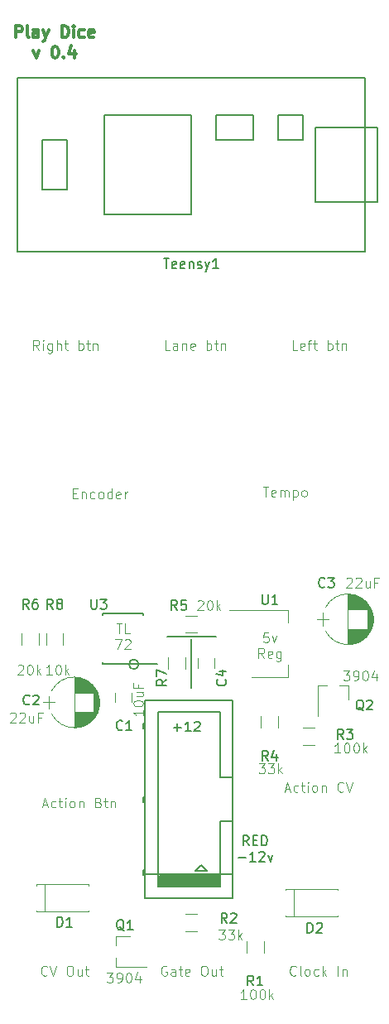
<source format=gbr>
G04 #@! TF.FileFunction,Legend,Top*
%FSLAX46Y46*%
G04 Gerber Fmt 4.6, Leading zero omitted, Abs format (unit mm)*
G04 Created by KiCad (PCBNEW 4.0.7) date 11/03/18 15:49:09*
%MOMM*%
%LPD*%
G01*
G04 APERTURE LIST*
%ADD10C,0.100000*%
%ADD11C,0.200000*%
%ADD12C,0.300000*%
%ADD13C,0.150000*%
%ADD14C,0.120000*%
%ADD15C,0.254000*%
G04 APERTURE END LIST*
D10*
X118052381Y-120771428D02*
X118052381Y-121342857D01*
X118052381Y-121057143D02*
X117052381Y-121057143D01*
X117195238Y-121152381D01*
X117290476Y-121247619D01*
X117338095Y-121342857D01*
X117052381Y-120152381D02*
X117052381Y-120057142D01*
X117100000Y-119961904D01*
X117147619Y-119914285D01*
X117242857Y-119866666D01*
X117433333Y-119819047D01*
X117671429Y-119819047D01*
X117861905Y-119866666D01*
X117957143Y-119914285D01*
X118004762Y-119961904D01*
X118052381Y-120057142D01*
X118052381Y-120152381D01*
X118004762Y-120247619D01*
X117957143Y-120295238D01*
X117861905Y-120342857D01*
X117671429Y-120390476D01*
X117433333Y-120390476D01*
X117242857Y-120342857D01*
X117147619Y-120295238D01*
X117100000Y-120247619D01*
X117052381Y-120152381D01*
X117385714Y-118961904D02*
X118052381Y-118961904D01*
X117385714Y-119390476D02*
X117909524Y-119390476D01*
X118004762Y-119342857D01*
X118052381Y-119247619D01*
X118052381Y-119104761D01*
X118004762Y-119009523D01*
X117957143Y-118961904D01*
X117528571Y-118152380D02*
X117528571Y-118485714D01*
X118052381Y-118485714D02*
X117052381Y-118485714D01*
X117052381Y-118009523D01*
X138857143Y-107347619D02*
X138904762Y-107300000D01*
X139000000Y-107252381D01*
X139238096Y-107252381D01*
X139333334Y-107300000D01*
X139380953Y-107347619D01*
X139428572Y-107442857D01*
X139428572Y-107538095D01*
X139380953Y-107680952D01*
X138809524Y-108252381D01*
X139428572Y-108252381D01*
X139809524Y-107347619D02*
X139857143Y-107300000D01*
X139952381Y-107252381D01*
X140190477Y-107252381D01*
X140285715Y-107300000D01*
X140333334Y-107347619D01*
X140380953Y-107442857D01*
X140380953Y-107538095D01*
X140333334Y-107680952D01*
X139761905Y-108252381D01*
X140380953Y-108252381D01*
X141238096Y-107585714D02*
X141238096Y-108252381D01*
X140809524Y-107585714D02*
X140809524Y-108109524D01*
X140857143Y-108204762D01*
X140952381Y-108252381D01*
X141095239Y-108252381D01*
X141190477Y-108204762D01*
X141238096Y-108157143D01*
X142047620Y-107728571D02*
X141714286Y-107728571D01*
X141714286Y-108252381D02*
X141714286Y-107252381D01*
X142190477Y-107252381D01*
X104457143Y-121147619D02*
X104504762Y-121100000D01*
X104600000Y-121052381D01*
X104838096Y-121052381D01*
X104933334Y-121100000D01*
X104980953Y-121147619D01*
X105028572Y-121242857D01*
X105028572Y-121338095D01*
X104980953Y-121480952D01*
X104409524Y-122052381D01*
X105028572Y-122052381D01*
X105409524Y-121147619D02*
X105457143Y-121100000D01*
X105552381Y-121052381D01*
X105790477Y-121052381D01*
X105885715Y-121100000D01*
X105933334Y-121147619D01*
X105980953Y-121242857D01*
X105980953Y-121338095D01*
X105933334Y-121480952D01*
X105361905Y-122052381D01*
X105980953Y-122052381D01*
X106838096Y-121385714D02*
X106838096Y-122052381D01*
X106409524Y-121385714D02*
X106409524Y-121909524D01*
X106457143Y-122004762D01*
X106552381Y-122052381D01*
X106695239Y-122052381D01*
X106790477Y-122004762D01*
X106838096Y-121957143D01*
X107647620Y-121528571D02*
X107314286Y-121528571D01*
X107314286Y-122052381D02*
X107314286Y-121052381D01*
X107790477Y-121052381D01*
X114338095Y-147652381D02*
X114957143Y-147652381D01*
X114623809Y-148033333D01*
X114766667Y-148033333D01*
X114861905Y-148080952D01*
X114909524Y-148128571D01*
X114957143Y-148223810D01*
X114957143Y-148461905D01*
X114909524Y-148557143D01*
X114861905Y-148604762D01*
X114766667Y-148652381D01*
X114480952Y-148652381D01*
X114385714Y-148604762D01*
X114338095Y-148557143D01*
X115433333Y-148652381D02*
X115623809Y-148652381D01*
X115719048Y-148604762D01*
X115766667Y-148557143D01*
X115861905Y-148414286D01*
X115909524Y-148223810D01*
X115909524Y-147842857D01*
X115861905Y-147747619D01*
X115814286Y-147700000D01*
X115719048Y-147652381D01*
X115528571Y-147652381D01*
X115433333Y-147700000D01*
X115385714Y-147747619D01*
X115338095Y-147842857D01*
X115338095Y-148080952D01*
X115385714Y-148176190D01*
X115433333Y-148223810D01*
X115528571Y-148271429D01*
X115719048Y-148271429D01*
X115814286Y-148223810D01*
X115861905Y-148176190D01*
X115909524Y-148080952D01*
X116528571Y-147652381D02*
X116623810Y-147652381D01*
X116719048Y-147700000D01*
X116766667Y-147747619D01*
X116814286Y-147842857D01*
X116861905Y-148033333D01*
X116861905Y-148271429D01*
X116814286Y-148461905D01*
X116766667Y-148557143D01*
X116719048Y-148604762D01*
X116623810Y-148652381D01*
X116528571Y-148652381D01*
X116433333Y-148604762D01*
X116385714Y-148557143D01*
X116338095Y-148461905D01*
X116290476Y-148271429D01*
X116290476Y-148033333D01*
X116338095Y-147842857D01*
X116385714Y-147747619D01*
X116433333Y-147700000D01*
X116528571Y-147652381D01*
X117719048Y-147985714D02*
X117719048Y-148652381D01*
X117480952Y-147604762D02*
X117242857Y-148319048D01*
X117861905Y-148319048D01*
X138538095Y-116752381D02*
X139157143Y-116752381D01*
X138823809Y-117133333D01*
X138966667Y-117133333D01*
X139061905Y-117180952D01*
X139109524Y-117228571D01*
X139157143Y-117323810D01*
X139157143Y-117561905D01*
X139109524Y-117657143D01*
X139061905Y-117704762D01*
X138966667Y-117752381D01*
X138680952Y-117752381D01*
X138585714Y-117704762D01*
X138538095Y-117657143D01*
X139633333Y-117752381D02*
X139823809Y-117752381D01*
X139919048Y-117704762D01*
X139966667Y-117657143D01*
X140061905Y-117514286D01*
X140109524Y-117323810D01*
X140109524Y-116942857D01*
X140061905Y-116847619D01*
X140014286Y-116800000D01*
X139919048Y-116752381D01*
X139728571Y-116752381D01*
X139633333Y-116800000D01*
X139585714Y-116847619D01*
X139538095Y-116942857D01*
X139538095Y-117180952D01*
X139585714Y-117276190D01*
X139633333Y-117323810D01*
X139728571Y-117371429D01*
X139919048Y-117371429D01*
X140014286Y-117323810D01*
X140061905Y-117276190D01*
X140109524Y-117180952D01*
X140728571Y-116752381D02*
X140823810Y-116752381D01*
X140919048Y-116800000D01*
X140966667Y-116847619D01*
X141014286Y-116942857D01*
X141061905Y-117133333D01*
X141061905Y-117371429D01*
X141014286Y-117561905D01*
X140966667Y-117657143D01*
X140919048Y-117704762D01*
X140823810Y-117752381D01*
X140728571Y-117752381D01*
X140633333Y-117704762D01*
X140585714Y-117657143D01*
X140538095Y-117561905D01*
X140490476Y-117371429D01*
X140490476Y-117133333D01*
X140538095Y-116942857D01*
X140585714Y-116847619D01*
X140633333Y-116800000D01*
X140728571Y-116752381D01*
X141919048Y-117085714D02*
X141919048Y-117752381D01*
X141680952Y-116704762D02*
X141442857Y-117419048D01*
X142061905Y-117419048D01*
X130857143Y-112852381D02*
X130380952Y-112852381D01*
X130333333Y-113328571D01*
X130380952Y-113280952D01*
X130476190Y-113233333D01*
X130714286Y-113233333D01*
X130809524Y-113280952D01*
X130857143Y-113328571D01*
X130904762Y-113423810D01*
X130904762Y-113661905D01*
X130857143Y-113757143D01*
X130809524Y-113804762D01*
X130714286Y-113852381D01*
X130476190Y-113852381D01*
X130380952Y-113804762D01*
X130333333Y-113757143D01*
X131238095Y-113185714D02*
X131476190Y-113852381D01*
X131714286Y-113185714D01*
X130428572Y-115452381D02*
X130095238Y-114976190D01*
X129857143Y-115452381D02*
X129857143Y-114452381D01*
X130238096Y-114452381D01*
X130333334Y-114500000D01*
X130380953Y-114547619D01*
X130428572Y-114642857D01*
X130428572Y-114785714D01*
X130380953Y-114880952D01*
X130333334Y-114928571D01*
X130238096Y-114976190D01*
X129857143Y-114976190D01*
X131238096Y-115404762D02*
X131142858Y-115452381D01*
X130952381Y-115452381D01*
X130857143Y-115404762D01*
X130809524Y-115309524D01*
X130809524Y-114928571D01*
X130857143Y-114833333D01*
X130952381Y-114785714D01*
X131142858Y-114785714D01*
X131238096Y-114833333D01*
X131285715Y-114928571D01*
X131285715Y-115023810D01*
X130809524Y-115119048D01*
X132142858Y-114785714D02*
X132142858Y-115595238D01*
X132095239Y-115690476D01*
X132047620Y-115738095D01*
X131952381Y-115785714D01*
X131809524Y-115785714D01*
X131714286Y-115738095D01*
X132142858Y-115404762D02*
X132047620Y-115452381D01*
X131857143Y-115452381D01*
X131761905Y-115404762D01*
X131714286Y-115357143D01*
X131666667Y-115261905D01*
X131666667Y-114976190D01*
X131714286Y-114880952D01*
X131761905Y-114833333D01*
X131857143Y-114785714D01*
X132047620Y-114785714D01*
X132142858Y-114833333D01*
X115309524Y-111952381D02*
X115880953Y-111952381D01*
X115595238Y-112952381D02*
X115595238Y-111952381D01*
X116690477Y-112952381D02*
X116214286Y-112952381D01*
X116214286Y-111952381D01*
X115190476Y-113552381D02*
X115857143Y-113552381D01*
X115428571Y-114552381D01*
X116190476Y-113647619D02*
X116238095Y-113600000D01*
X116333333Y-113552381D01*
X116571429Y-113552381D01*
X116666667Y-113600000D01*
X116714286Y-113647619D01*
X116761905Y-113742857D01*
X116761905Y-113838095D01*
X116714286Y-113980952D01*
X116142857Y-114552381D01*
X116761905Y-114552381D01*
X108704762Y-117152381D02*
X108133333Y-117152381D01*
X108419047Y-117152381D02*
X108419047Y-116152381D01*
X108323809Y-116295238D01*
X108228571Y-116390476D01*
X108133333Y-116438095D01*
X109323809Y-116152381D02*
X109419048Y-116152381D01*
X109514286Y-116200000D01*
X109561905Y-116247619D01*
X109609524Y-116342857D01*
X109657143Y-116533333D01*
X109657143Y-116771429D01*
X109609524Y-116961905D01*
X109561905Y-117057143D01*
X109514286Y-117104762D01*
X109419048Y-117152381D01*
X109323809Y-117152381D01*
X109228571Y-117104762D01*
X109180952Y-117057143D01*
X109133333Y-116961905D01*
X109085714Y-116771429D01*
X109085714Y-116533333D01*
X109133333Y-116342857D01*
X109180952Y-116247619D01*
X109228571Y-116200000D01*
X109323809Y-116152381D01*
X110085714Y-117152381D02*
X110085714Y-116152381D01*
X110180952Y-116771429D02*
X110466667Y-117152381D01*
X110466667Y-116485714D02*
X110085714Y-116866667D01*
X105233333Y-116247619D02*
X105280952Y-116200000D01*
X105376190Y-116152381D01*
X105614286Y-116152381D01*
X105709524Y-116200000D01*
X105757143Y-116247619D01*
X105804762Y-116342857D01*
X105804762Y-116438095D01*
X105757143Y-116580952D01*
X105185714Y-117152381D01*
X105804762Y-117152381D01*
X106423809Y-116152381D02*
X106519048Y-116152381D01*
X106614286Y-116200000D01*
X106661905Y-116247619D01*
X106709524Y-116342857D01*
X106757143Y-116533333D01*
X106757143Y-116771429D01*
X106709524Y-116961905D01*
X106661905Y-117057143D01*
X106614286Y-117104762D01*
X106519048Y-117152381D01*
X106423809Y-117152381D01*
X106328571Y-117104762D01*
X106280952Y-117057143D01*
X106233333Y-116961905D01*
X106185714Y-116771429D01*
X106185714Y-116533333D01*
X106233333Y-116342857D01*
X106280952Y-116247619D01*
X106328571Y-116200000D01*
X106423809Y-116152381D01*
X107185714Y-117152381D02*
X107185714Y-116152381D01*
X107280952Y-116771429D02*
X107566667Y-117152381D01*
X107566667Y-116485714D02*
X107185714Y-116866667D01*
X123633333Y-109647619D02*
X123680952Y-109600000D01*
X123776190Y-109552381D01*
X124014286Y-109552381D01*
X124109524Y-109600000D01*
X124157143Y-109647619D01*
X124204762Y-109742857D01*
X124204762Y-109838095D01*
X124157143Y-109980952D01*
X123585714Y-110552381D01*
X124204762Y-110552381D01*
X124823809Y-109552381D02*
X124919048Y-109552381D01*
X125014286Y-109600000D01*
X125061905Y-109647619D01*
X125109524Y-109742857D01*
X125157143Y-109933333D01*
X125157143Y-110171429D01*
X125109524Y-110361905D01*
X125061905Y-110457143D01*
X125014286Y-110504762D01*
X124919048Y-110552381D01*
X124823809Y-110552381D01*
X124728571Y-110504762D01*
X124680952Y-110457143D01*
X124633333Y-110361905D01*
X124585714Y-110171429D01*
X124585714Y-109933333D01*
X124633333Y-109742857D01*
X124680952Y-109647619D01*
X124728571Y-109600000D01*
X124823809Y-109552381D01*
X125585714Y-110552381D02*
X125585714Y-109552381D01*
X125680952Y-110171429D02*
X125966667Y-110552381D01*
X125966667Y-109885714D02*
X125585714Y-110266667D01*
X125785714Y-143252381D02*
X126404762Y-143252381D01*
X126071428Y-143633333D01*
X126214286Y-143633333D01*
X126309524Y-143680952D01*
X126357143Y-143728571D01*
X126404762Y-143823810D01*
X126404762Y-144061905D01*
X126357143Y-144157143D01*
X126309524Y-144204762D01*
X126214286Y-144252381D01*
X125928571Y-144252381D01*
X125833333Y-144204762D01*
X125785714Y-144157143D01*
X126738095Y-143252381D02*
X127357143Y-143252381D01*
X127023809Y-143633333D01*
X127166667Y-143633333D01*
X127261905Y-143680952D01*
X127309524Y-143728571D01*
X127357143Y-143823810D01*
X127357143Y-144061905D01*
X127309524Y-144157143D01*
X127261905Y-144204762D01*
X127166667Y-144252381D01*
X126880952Y-144252381D01*
X126785714Y-144204762D01*
X126738095Y-144157143D01*
X127785714Y-144252381D02*
X127785714Y-143252381D01*
X127880952Y-143871429D02*
X128166667Y-144252381D01*
X128166667Y-143585714D02*
X127785714Y-143966667D01*
X129885714Y-126252381D02*
X130504762Y-126252381D01*
X130171428Y-126633333D01*
X130314286Y-126633333D01*
X130409524Y-126680952D01*
X130457143Y-126728571D01*
X130504762Y-126823810D01*
X130504762Y-127061905D01*
X130457143Y-127157143D01*
X130409524Y-127204762D01*
X130314286Y-127252381D01*
X130028571Y-127252381D01*
X129933333Y-127204762D01*
X129885714Y-127157143D01*
X130838095Y-126252381D02*
X131457143Y-126252381D01*
X131123809Y-126633333D01*
X131266667Y-126633333D01*
X131361905Y-126680952D01*
X131409524Y-126728571D01*
X131457143Y-126823810D01*
X131457143Y-127061905D01*
X131409524Y-127157143D01*
X131361905Y-127204762D01*
X131266667Y-127252381D01*
X130980952Y-127252381D01*
X130885714Y-127204762D01*
X130838095Y-127157143D01*
X131885714Y-127252381D02*
X131885714Y-126252381D01*
X131980952Y-126871429D02*
X132266667Y-127252381D01*
X132266667Y-126585714D02*
X131885714Y-126966667D01*
X138228572Y-125152381D02*
X137657143Y-125152381D01*
X137942857Y-125152381D02*
X137942857Y-124152381D01*
X137847619Y-124295238D01*
X137752381Y-124390476D01*
X137657143Y-124438095D01*
X138847619Y-124152381D02*
X138942858Y-124152381D01*
X139038096Y-124200000D01*
X139085715Y-124247619D01*
X139133334Y-124342857D01*
X139180953Y-124533333D01*
X139180953Y-124771429D01*
X139133334Y-124961905D01*
X139085715Y-125057143D01*
X139038096Y-125104762D01*
X138942858Y-125152381D01*
X138847619Y-125152381D01*
X138752381Y-125104762D01*
X138704762Y-125057143D01*
X138657143Y-124961905D01*
X138609524Y-124771429D01*
X138609524Y-124533333D01*
X138657143Y-124342857D01*
X138704762Y-124247619D01*
X138752381Y-124200000D01*
X138847619Y-124152381D01*
X139800000Y-124152381D02*
X139895239Y-124152381D01*
X139990477Y-124200000D01*
X140038096Y-124247619D01*
X140085715Y-124342857D01*
X140133334Y-124533333D01*
X140133334Y-124771429D01*
X140085715Y-124961905D01*
X140038096Y-125057143D01*
X139990477Y-125104762D01*
X139895239Y-125152381D01*
X139800000Y-125152381D01*
X139704762Y-125104762D01*
X139657143Y-125057143D01*
X139609524Y-124961905D01*
X139561905Y-124771429D01*
X139561905Y-124533333D01*
X139609524Y-124342857D01*
X139657143Y-124247619D01*
X139704762Y-124200000D01*
X139800000Y-124152381D01*
X140561905Y-125152381D02*
X140561905Y-124152381D01*
X140657143Y-124771429D02*
X140942858Y-125152381D01*
X140942858Y-124485714D02*
X140561905Y-124866667D01*
X128628572Y-150352381D02*
X128057143Y-150352381D01*
X128342857Y-150352381D02*
X128342857Y-149352381D01*
X128247619Y-149495238D01*
X128152381Y-149590476D01*
X128057143Y-149638095D01*
X129247619Y-149352381D02*
X129342858Y-149352381D01*
X129438096Y-149400000D01*
X129485715Y-149447619D01*
X129533334Y-149542857D01*
X129580953Y-149733333D01*
X129580953Y-149971429D01*
X129533334Y-150161905D01*
X129485715Y-150257143D01*
X129438096Y-150304762D01*
X129342858Y-150352381D01*
X129247619Y-150352381D01*
X129152381Y-150304762D01*
X129104762Y-150257143D01*
X129057143Y-150161905D01*
X129009524Y-149971429D01*
X129009524Y-149733333D01*
X129057143Y-149542857D01*
X129104762Y-149447619D01*
X129152381Y-149400000D01*
X129247619Y-149352381D01*
X130200000Y-149352381D02*
X130295239Y-149352381D01*
X130390477Y-149400000D01*
X130438096Y-149447619D01*
X130485715Y-149542857D01*
X130533334Y-149733333D01*
X130533334Y-149971429D01*
X130485715Y-150161905D01*
X130438096Y-150257143D01*
X130390477Y-150304762D01*
X130295239Y-150352381D01*
X130200000Y-150352381D01*
X130104762Y-150304762D01*
X130057143Y-150257143D01*
X130009524Y-150161905D01*
X129961905Y-149971429D01*
X129961905Y-149733333D01*
X130009524Y-149542857D01*
X130057143Y-149447619D01*
X130104762Y-149400000D01*
X130200000Y-149352381D01*
X130961905Y-150352381D02*
X130961905Y-149352381D01*
X131057143Y-149971429D02*
X131342858Y-150352381D01*
X131342858Y-149685714D02*
X130961905Y-150066667D01*
D11*
X127200000Y-140000000D02*
X118300000Y-140000000D01*
X127200000Y-137600000D02*
X127200000Y-140000000D01*
X118300000Y-137600000D02*
X127200000Y-137600000D01*
D10*
X133838095Y-83952381D02*
X133361904Y-83952381D01*
X133361904Y-82952381D01*
X134552381Y-83904762D02*
X134457143Y-83952381D01*
X134266666Y-83952381D01*
X134171428Y-83904762D01*
X134123809Y-83809524D01*
X134123809Y-83428571D01*
X134171428Y-83333333D01*
X134266666Y-83285714D01*
X134457143Y-83285714D01*
X134552381Y-83333333D01*
X134600000Y-83428571D01*
X134600000Y-83523810D01*
X134123809Y-83619048D01*
X134885714Y-83285714D02*
X135266666Y-83285714D01*
X135028571Y-83952381D02*
X135028571Y-83095238D01*
X135076190Y-83000000D01*
X135171428Y-82952381D01*
X135266666Y-82952381D01*
X135457143Y-83285714D02*
X135838095Y-83285714D01*
X135600000Y-82952381D02*
X135600000Y-83809524D01*
X135647619Y-83904762D01*
X135742857Y-83952381D01*
X135838095Y-83952381D01*
X136933334Y-83952381D02*
X136933334Y-82952381D01*
X136933334Y-83333333D02*
X137028572Y-83285714D01*
X137219049Y-83285714D01*
X137314287Y-83333333D01*
X137361906Y-83380952D01*
X137409525Y-83476190D01*
X137409525Y-83761905D01*
X137361906Y-83857143D01*
X137314287Y-83904762D01*
X137219049Y-83952381D01*
X137028572Y-83952381D01*
X136933334Y-83904762D01*
X137695239Y-83285714D02*
X138076191Y-83285714D01*
X137838096Y-82952381D02*
X137838096Y-83809524D01*
X137885715Y-83904762D01*
X137980953Y-83952381D01*
X138076191Y-83952381D01*
X138409525Y-83285714D02*
X138409525Y-83952381D01*
X138409525Y-83380952D02*
X138457144Y-83333333D01*
X138552382Y-83285714D01*
X138695240Y-83285714D01*
X138790478Y-83333333D01*
X138838097Y-83428571D01*
X138838097Y-83952381D01*
X120804762Y-83952381D02*
X120328571Y-83952381D01*
X120328571Y-82952381D01*
X121566667Y-83952381D02*
X121566667Y-83428571D01*
X121519048Y-83333333D01*
X121423810Y-83285714D01*
X121233333Y-83285714D01*
X121138095Y-83333333D01*
X121566667Y-83904762D02*
X121471429Y-83952381D01*
X121233333Y-83952381D01*
X121138095Y-83904762D01*
X121090476Y-83809524D01*
X121090476Y-83714286D01*
X121138095Y-83619048D01*
X121233333Y-83571429D01*
X121471429Y-83571429D01*
X121566667Y-83523810D01*
X122042857Y-83285714D02*
X122042857Y-83952381D01*
X122042857Y-83380952D02*
X122090476Y-83333333D01*
X122185714Y-83285714D01*
X122328572Y-83285714D01*
X122423810Y-83333333D01*
X122471429Y-83428571D01*
X122471429Y-83952381D01*
X123328572Y-83904762D02*
X123233334Y-83952381D01*
X123042857Y-83952381D01*
X122947619Y-83904762D01*
X122900000Y-83809524D01*
X122900000Y-83428571D01*
X122947619Y-83333333D01*
X123042857Y-83285714D01*
X123233334Y-83285714D01*
X123328572Y-83333333D01*
X123376191Y-83428571D01*
X123376191Y-83523810D01*
X122900000Y-83619048D01*
X124566667Y-83952381D02*
X124566667Y-82952381D01*
X124566667Y-83333333D02*
X124661905Y-83285714D01*
X124852382Y-83285714D01*
X124947620Y-83333333D01*
X124995239Y-83380952D01*
X125042858Y-83476190D01*
X125042858Y-83761905D01*
X124995239Y-83857143D01*
X124947620Y-83904762D01*
X124852382Y-83952381D01*
X124661905Y-83952381D01*
X124566667Y-83904762D01*
X125328572Y-83285714D02*
X125709524Y-83285714D01*
X125471429Y-82952381D02*
X125471429Y-83809524D01*
X125519048Y-83904762D01*
X125614286Y-83952381D01*
X125709524Y-83952381D01*
X126042858Y-83285714D02*
X126042858Y-83952381D01*
X126042858Y-83380952D02*
X126090477Y-83333333D01*
X126185715Y-83285714D01*
X126328573Y-83285714D01*
X126423811Y-83333333D01*
X126471430Y-83428571D01*
X126471430Y-83952381D01*
X107409524Y-83952381D02*
X107076190Y-83476190D01*
X106838095Y-83952381D02*
X106838095Y-82952381D01*
X107219048Y-82952381D01*
X107314286Y-83000000D01*
X107361905Y-83047619D01*
X107409524Y-83142857D01*
X107409524Y-83285714D01*
X107361905Y-83380952D01*
X107314286Y-83428571D01*
X107219048Y-83476190D01*
X106838095Y-83476190D01*
X107838095Y-83952381D02*
X107838095Y-83285714D01*
X107838095Y-82952381D02*
X107790476Y-83000000D01*
X107838095Y-83047619D01*
X107885714Y-83000000D01*
X107838095Y-82952381D01*
X107838095Y-83047619D01*
X108742857Y-83285714D02*
X108742857Y-84095238D01*
X108695238Y-84190476D01*
X108647619Y-84238095D01*
X108552380Y-84285714D01*
X108409523Y-84285714D01*
X108314285Y-84238095D01*
X108742857Y-83904762D02*
X108647619Y-83952381D01*
X108457142Y-83952381D01*
X108361904Y-83904762D01*
X108314285Y-83857143D01*
X108266666Y-83761905D01*
X108266666Y-83476190D01*
X108314285Y-83380952D01*
X108361904Y-83333333D01*
X108457142Y-83285714D01*
X108647619Y-83285714D01*
X108742857Y-83333333D01*
X109219047Y-83952381D02*
X109219047Y-82952381D01*
X109647619Y-83952381D02*
X109647619Y-83428571D01*
X109600000Y-83333333D01*
X109504762Y-83285714D01*
X109361904Y-83285714D01*
X109266666Y-83333333D01*
X109219047Y-83380952D01*
X109980952Y-83285714D02*
X110361904Y-83285714D01*
X110123809Y-82952381D02*
X110123809Y-83809524D01*
X110171428Y-83904762D01*
X110266666Y-83952381D01*
X110361904Y-83952381D01*
X111457143Y-83952381D02*
X111457143Y-82952381D01*
X111457143Y-83333333D02*
X111552381Y-83285714D01*
X111742858Y-83285714D01*
X111838096Y-83333333D01*
X111885715Y-83380952D01*
X111933334Y-83476190D01*
X111933334Y-83761905D01*
X111885715Y-83857143D01*
X111838096Y-83904762D01*
X111742858Y-83952381D01*
X111552381Y-83952381D01*
X111457143Y-83904762D01*
X112219048Y-83285714D02*
X112600000Y-83285714D01*
X112361905Y-82952381D02*
X112361905Y-83809524D01*
X112409524Y-83904762D01*
X112504762Y-83952381D01*
X112600000Y-83952381D01*
X112933334Y-83285714D02*
X112933334Y-83952381D01*
X112933334Y-83380952D02*
X112980953Y-83333333D01*
X113076191Y-83285714D01*
X113219049Y-83285714D01*
X113314287Y-83333333D01*
X113361906Y-83428571D01*
X113361906Y-83952381D01*
X130314286Y-97952381D02*
X130885715Y-97952381D01*
X130600000Y-98952381D02*
X130600000Y-97952381D01*
X131600001Y-98904762D02*
X131504763Y-98952381D01*
X131314286Y-98952381D01*
X131219048Y-98904762D01*
X131171429Y-98809524D01*
X131171429Y-98428571D01*
X131219048Y-98333333D01*
X131314286Y-98285714D01*
X131504763Y-98285714D01*
X131600001Y-98333333D01*
X131647620Y-98428571D01*
X131647620Y-98523810D01*
X131171429Y-98619048D01*
X132076191Y-98952381D02*
X132076191Y-98285714D01*
X132076191Y-98380952D02*
X132123810Y-98333333D01*
X132219048Y-98285714D01*
X132361906Y-98285714D01*
X132457144Y-98333333D01*
X132504763Y-98428571D01*
X132504763Y-98952381D01*
X132504763Y-98428571D02*
X132552382Y-98333333D01*
X132647620Y-98285714D01*
X132790477Y-98285714D01*
X132885715Y-98333333D01*
X132933334Y-98428571D01*
X132933334Y-98952381D01*
X133409524Y-98285714D02*
X133409524Y-99285714D01*
X133409524Y-98333333D02*
X133504762Y-98285714D01*
X133695239Y-98285714D01*
X133790477Y-98333333D01*
X133838096Y-98380952D01*
X133885715Y-98476190D01*
X133885715Y-98761905D01*
X133838096Y-98857143D01*
X133790477Y-98904762D01*
X133695239Y-98952381D01*
X133504762Y-98952381D01*
X133409524Y-98904762D01*
X134457143Y-98952381D02*
X134361905Y-98904762D01*
X134314286Y-98857143D01*
X134266667Y-98761905D01*
X134266667Y-98476190D01*
X134314286Y-98380952D01*
X134361905Y-98333333D01*
X134457143Y-98285714D01*
X134600001Y-98285714D01*
X134695239Y-98333333D01*
X134742858Y-98380952D01*
X134790477Y-98476190D01*
X134790477Y-98761905D01*
X134742858Y-98857143D01*
X134695239Y-98904762D01*
X134600001Y-98952381D01*
X134457143Y-98952381D01*
X110861904Y-98628571D02*
X111195238Y-98628571D01*
X111338095Y-99152381D02*
X110861904Y-99152381D01*
X110861904Y-98152381D01*
X111338095Y-98152381D01*
X111766666Y-98485714D02*
X111766666Y-99152381D01*
X111766666Y-98580952D02*
X111814285Y-98533333D01*
X111909523Y-98485714D01*
X112052381Y-98485714D01*
X112147619Y-98533333D01*
X112195238Y-98628571D01*
X112195238Y-99152381D01*
X113100000Y-99104762D02*
X113004762Y-99152381D01*
X112814285Y-99152381D01*
X112719047Y-99104762D01*
X112671428Y-99057143D01*
X112623809Y-98961905D01*
X112623809Y-98676190D01*
X112671428Y-98580952D01*
X112719047Y-98533333D01*
X112814285Y-98485714D01*
X113004762Y-98485714D01*
X113100000Y-98533333D01*
X113671428Y-99152381D02*
X113576190Y-99104762D01*
X113528571Y-99057143D01*
X113480952Y-98961905D01*
X113480952Y-98676190D01*
X113528571Y-98580952D01*
X113576190Y-98533333D01*
X113671428Y-98485714D01*
X113814286Y-98485714D01*
X113909524Y-98533333D01*
X113957143Y-98580952D01*
X114004762Y-98676190D01*
X114004762Y-98961905D01*
X113957143Y-99057143D01*
X113909524Y-99104762D01*
X113814286Y-99152381D01*
X113671428Y-99152381D01*
X114861905Y-99152381D02*
X114861905Y-98152381D01*
X114861905Y-99104762D02*
X114766667Y-99152381D01*
X114576190Y-99152381D01*
X114480952Y-99104762D01*
X114433333Y-99057143D01*
X114385714Y-98961905D01*
X114385714Y-98676190D01*
X114433333Y-98580952D01*
X114480952Y-98533333D01*
X114576190Y-98485714D01*
X114766667Y-98485714D01*
X114861905Y-98533333D01*
X115719048Y-99104762D02*
X115623810Y-99152381D01*
X115433333Y-99152381D01*
X115338095Y-99104762D01*
X115290476Y-99009524D01*
X115290476Y-98628571D01*
X115338095Y-98533333D01*
X115433333Y-98485714D01*
X115623810Y-98485714D01*
X115719048Y-98533333D01*
X115766667Y-98628571D01*
X115766667Y-98723810D01*
X115290476Y-98819048D01*
X116195238Y-99152381D02*
X116195238Y-98485714D01*
X116195238Y-98676190D02*
X116242857Y-98580952D01*
X116290476Y-98533333D01*
X116385714Y-98485714D01*
X116480953Y-98485714D01*
X132595238Y-128866667D02*
X133071429Y-128866667D01*
X132500000Y-129152381D02*
X132833333Y-128152381D01*
X133166667Y-129152381D01*
X133928572Y-129104762D02*
X133833334Y-129152381D01*
X133642857Y-129152381D01*
X133547619Y-129104762D01*
X133500000Y-129057143D01*
X133452381Y-128961905D01*
X133452381Y-128676190D01*
X133500000Y-128580952D01*
X133547619Y-128533333D01*
X133642857Y-128485714D01*
X133833334Y-128485714D01*
X133928572Y-128533333D01*
X134214286Y-128485714D02*
X134595238Y-128485714D01*
X134357143Y-128152381D02*
X134357143Y-129009524D01*
X134404762Y-129104762D01*
X134500000Y-129152381D01*
X134595238Y-129152381D01*
X134928572Y-129152381D02*
X134928572Y-128485714D01*
X134928572Y-128152381D02*
X134880953Y-128200000D01*
X134928572Y-128247619D01*
X134976191Y-128200000D01*
X134928572Y-128152381D01*
X134928572Y-128247619D01*
X135547619Y-129152381D02*
X135452381Y-129104762D01*
X135404762Y-129057143D01*
X135357143Y-128961905D01*
X135357143Y-128676190D01*
X135404762Y-128580952D01*
X135452381Y-128533333D01*
X135547619Y-128485714D01*
X135690477Y-128485714D01*
X135785715Y-128533333D01*
X135833334Y-128580952D01*
X135880953Y-128676190D01*
X135880953Y-128961905D01*
X135833334Y-129057143D01*
X135785715Y-129104762D01*
X135690477Y-129152381D01*
X135547619Y-129152381D01*
X136309524Y-128485714D02*
X136309524Y-129152381D01*
X136309524Y-128580952D02*
X136357143Y-128533333D01*
X136452381Y-128485714D01*
X136595239Y-128485714D01*
X136690477Y-128533333D01*
X136738096Y-128628571D01*
X136738096Y-129152381D01*
X138547620Y-129057143D02*
X138500001Y-129104762D01*
X138357144Y-129152381D01*
X138261906Y-129152381D01*
X138119048Y-129104762D01*
X138023810Y-129009524D01*
X137976191Y-128914286D01*
X137928572Y-128723810D01*
X137928572Y-128580952D01*
X137976191Y-128390476D01*
X138023810Y-128295238D01*
X138119048Y-128200000D01*
X138261906Y-128152381D01*
X138357144Y-128152381D01*
X138500001Y-128200000D01*
X138547620Y-128247619D01*
X138833334Y-128152381D02*
X139166667Y-129152381D01*
X139500001Y-128152381D01*
X107785714Y-130466667D02*
X108261905Y-130466667D01*
X107690476Y-130752381D02*
X108023809Y-129752381D01*
X108357143Y-130752381D01*
X109119048Y-130704762D02*
X109023810Y-130752381D01*
X108833333Y-130752381D01*
X108738095Y-130704762D01*
X108690476Y-130657143D01*
X108642857Y-130561905D01*
X108642857Y-130276190D01*
X108690476Y-130180952D01*
X108738095Y-130133333D01*
X108833333Y-130085714D01*
X109023810Y-130085714D01*
X109119048Y-130133333D01*
X109404762Y-130085714D02*
X109785714Y-130085714D01*
X109547619Y-129752381D02*
X109547619Y-130609524D01*
X109595238Y-130704762D01*
X109690476Y-130752381D01*
X109785714Y-130752381D01*
X110119048Y-130752381D02*
X110119048Y-130085714D01*
X110119048Y-129752381D02*
X110071429Y-129800000D01*
X110119048Y-129847619D01*
X110166667Y-129800000D01*
X110119048Y-129752381D01*
X110119048Y-129847619D01*
X110738095Y-130752381D02*
X110642857Y-130704762D01*
X110595238Y-130657143D01*
X110547619Y-130561905D01*
X110547619Y-130276190D01*
X110595238Y-130180952D01*
X110642857Y-130133333D01*
X110738095Y-130085714D01*
X110880953Y-130085714D01*
X110976191Y-130133333D01*
X111023810Y-130180952D01*
X111071429Y-130276190D01*
X111071429Y-130561905D01*
X111023810Y-130657143D01*
X110976191Y-130704762D01*
X110880953Y-130752381D01*
X110738095Y-130752381D01*
X111500000Y-130085714D02*
X111500000Y-130752381D01*
X111500000Y-130180952D02*
X111547619Y-130133333D01*
X111642857Y-130085714D01*
X111785715Y-130085714D01*
X111880953Y-130133333D01*
X111928572Y-130228571D01*
X111928572Y-130752381D01*
X113500001Y-130228571D02*
X113642858Y-130276190D01*
X113690477Y-130323810D01*
X113738096Y-130419048D01*
X113738096Y-130561905D01*
X113690477Y-130657143D01*
X113642858Y-130704762D01*
X113547620Y-130752381D01*
X113166667Y-130752381D01*
X113166667Y-129752381D01*
X113500001Y-129752381D01*
X113595239Y-129800000D01*
X113642858Y-129847619D01*
X113690477Y-129942857D01*
X113690477Y-130038095D01*
X113642858Y-130133333D01*
X113595239Y-130180952D01*
X113500001Y-130228571D01*
X113166667Y-130228571D01*
X114023810Y-130085714D02*
X114404762Y-130085714D01*
X114166667Y-129752381D02*
X114166667Y-130609524D01*
X114214286Y-130704762D01*
X114309524Y-130752381D01*
X114404762Y-130752381D01*
X114738096Y-130085714D02*
X114738096Y-130752381D01*
X114738096Y-130180952D02*
X114785715Y-130133333D01*
X114880953Y-130085714D01*
X115023811Y-130085714D01*
X115119049Y-130133333D01*
X115166668Y-130228571D01*
X115166668Y-130752381D01*
X108238095Y-147857143D02*
X108190476Y-147904762D01*
X108047619Y-147952381D01*
X107952381Y-147952381D01*
X107809523Y-147904762D01*
X107714285Y-147809524D01*
X107666666Y-147714286D01*
X107619047Y-147523810D01*
X107619047Y-147380952D01*
X107666666Y-147190476D01*
X107714285Y-147095238D01*
X107809523Y-147000000D01*
X107952381Y-146952381D01*
X108047619Y-146952381D01*
X108190476Y-147000000D01*
X108238095Y-147047619D01*
X108523809Y-146952381D02*
X108857142Y-147952381D01*
X109190476Y-146952381D01*
X110476190Y-146952381D02*
X110666667Y-146952381D01*
X110761905Y-147000000D01*
X110857143Y-147095238D01*
X110904762Y-147285714D01*
X110904762Y-147619048D01*
X110857143Y-147809524D01*
X110761905Y-147904762D01*
X110666667Y-147952381D01*
X110476190Y-147952381D01*
X110380952Y-147904762D01*
X110285714Y-147809524D01*
X110238095Y-147619048D01*
X110238095Y-147285714D01*
X110285714Y-147095238D01*
X110380952Y-147000000D01*
X110476190Y-146952381D01*
X111761905Y-147285714D02*
X111761905Y-147952381D01*
X111333333Y-147285714D02*
X111333333Y-147809524D01*
X111380952Y-147904762D01*
X111476190Y-147952381D01*
X111619048Y-147952381D01*
X111714286Y-147904762D01*
X111761905Y-147857143D01*
X112095238Y-147285714D02*
X112476190Y-147285714D01*
X112238095Y-146952381D02*
X112238095Y-147809524D01*
X112285714Y-147904762D01*
X112380952Y-147952381D01*
X112476190Y-147952381D01*
X120452381Y-147000000D02*
X120357143Y-146952381D01*
X120214286Y-146952381D01*
X120071428Y-147000000D01*
X119976190Y-147095238D01*
X119928571Y-147190476D01*
X119880952Y-147380952D01*
X119880952Y-147523810D01*
X119928571Y-147714286D01*
X119976190Y-147809524D01*
X120071428Y-147904762D01*
X120214286Y-147952381D01*
X120309524Y-147952381D01*
X120452381Y-147904762D01*
X120500000Y-147857143D01*
X120500000Y-147523810D01*
X120309524Y-147523810D01*
X121357143Y-147952381D02*
X121357143Y-147428571D01*
X121309524Y-147333333D01*
X121214286Y-147285714D01*
X121023809Y-147285714D01*
X120928571Y-147333333D01*
X121357143Y-147904762D02*
X121261905Y-147952381D01*
X121023809Y-147952381D01*
X120928571Y-147904762D01*
X120880952Y-147809524D01*
X120880952Y-147714286D01*
X120928571Y-147619048D01*
X121023809Y-147571429D01*
X121261905Y-147571429D01*
X121357143Y-147523810D01*
X121690476Y-147285714D02*
X122071428Y-147285714D01*
X121833333Y-146952381D02*
X121833333Y-147809524D01*
X121880952Y-147904762D01*
X121976190Y-147952381D01*
X122071428Y-147952381D01*
X122785715Y-147904762D02*
X122690477Y-147952381D01*
X122500000Y-147952381D01*
X122404762Y-147904762D01*
X122357143Y-147809524D01*
X122357143Y-147428571D01*
X122404762Y-147333333D01*
X122500000Y-147285714D01*
X122690477Y-147285714D01*
X122785715Y-147333333D01*
X122833334Y-147428571D01*
X122833334Y-147523810D01*
X122357143Y-147619048D01*
X124214286Y-146952381D02*
X124404763Y-146952381D01*
X124500001Y-147000000D01*
X124595239Y-147095238D01*
X124642858Y-147285714D01*
X124642858Y-147619048D01*
X124595239Y-147809524D01*
X124500001Y-147904762D01*
X124404763Y-147952381D01*
X124214286Y-147952381D01*
X124119048Y-147904762D01*
X124023810Y-147809524D01*
X123976191Y-147619048D01*
X123976191Y-147285714D01*
X124023810Y-147095238D01*
X124119048Y-147000000D01*
X124214286Y-146952381D01*
X125500001Y-147285714D02*
X125500001Y-147952381D01*
X125071429Y-147285714D02*
X125071429Y-147809524D01*
X125119048Y-147904762D01*
X125214286Y-147952381D01*
X125357144Y-147952381D01*
X125452382Y-147904762D01*
X125500001Y-147857143D01*
X125833334Y-147285714D02*
X126214286Y-147285714D01*
X125976191Y-146952381D02*
X125976191Y-147809524D01*
X126023810Y-147904762D01*
X126119048Y-147952381D01*
X126214286Y-147952381D01*
X133690476Y-147857143D02*
X133642857Y-147904762D01*
X133500000Y-147952381D01*
X133404762Y-147952381D01*
X133261904Y-147904762D01*
X133166666Y-147809524D01*
X133119047Y-147714286D01*
X133071428Y-147523810D01*
X133071428Y-147380952D01*
X133119047Y-147190476D01*
X133166666Y-147095238D01*
X133261904Y-147000000D01*
X133404762Y-146952381D01*
X133500000Y-146952381D01*
X133642857Y-147000000D01*
X133690476Y-147047619D01*
X134261904Y-147952381D02*
X134166666Y-147904762D01*
X134119047Y-147809524D01*
X134119047Y-146952381D01*
X134785714Y-147952381D02*
X134690476Y-147904762D01*
X134642857Y-147857143D01*
X134595238Y-147761905D01*
X134595238Y-147476190D01*
X134642857Y-147380952D01*
X134690476Y-147333333D01*
X134785714Y-147285714D01*
X134928572Y-147285714D01*
X135023810Y-147333333D01*
X135071429Y-147380952D01*
X135119048Y-147476190D01*
X135119048Y-147761905D01*
X135071429Y-147857143D01*
X135023810Y-147904762D01*
X134928572Y-147952381D01*
X134785714Y-147952381D01*
X135976191Y-147904762D02*
X135880953Y-147952381D01*
X135690476Y-147952381D01*
X135595238Y-147904762D01*
X135547619Y-147857143D01*
X135500000Y-147761905D01*
X135500000Y-147476190D01*
X135547619Y-147380952D01*
X135595238Y-147333333D01*
X135690476Y-147285714D01*
X135880953Y-147285714D01*
X135976191Y-147333333D01*
X136404762Y-147952381D02*
X136404762Y-146952381D01*
X136500000Y-147571429D02*
X136785715Y-147952381D01*
X136785715Y-147285714D02*
X136404762Y-147666667D01*
X137976191Y-147952381D02*
X137976191Y-146952381D01*
X138452381Y-147285714D02*
X138452381Y-147952381D01*
X138452381Y-147380952D02*
X138500000Y-147333333D01*
X138595238Y-147285714D01*
X138738096Y-147285714D01*
X138833334Y-147333333D01*
X138880953Y-147428571D01*
X138880953Y-147952381D01*
D11*
X120500000Y-113250000D02*
X125500000Y-113250000D01*
X123000000Y-118500000D02*
X123000000Y-117500000D01*
X123000000Y-113500000D02*
X123000000Y-118000000D01*
D12*
X105000000Y-51992857D02*
X105000000Y-50792857D01*
X105457143Y-50792857D01*
X105571429Y-50850000D01*
X105628572Y-50907143D01*
X105685715Y-51021429D01*
X105685715Y-51192857D01*
X105628572Y-51307143D01*
X105571429Y-51364286D01*
X105457143Y-51421429D01*
X105000000Y-51421429D01*
X106371429Y-51992857D02*
X106257143Y-51935714D01*
X106200000Y-51821429D01*
X106200000Y-50792857D01*
X107342857Y-51992857D02*
X107342857Y-51364286D01*
X107285714Y-51250000D01*
X107171428Y-51192857D01*
X106942857Y-51192857D01*
X106828571Y-51250000D01*
X107342857Y-51935714D02*
X107228571Y-51992857D01*
X106942857Y-51992857D01*
X106828571Y-51935714D01*
X106771428Y-51821429D01*
X106771428Y-51707143D01*
X106828571Y-51592857D01*
X106942857Y-51535714D01*
X107228571Y-51535714D01*
X107342857Y-51478571D01*
X107800000Y-51192857D02*
X108085714Y-51992857D01*
X108371428Y-51192857D02*
X108085714Y-51992857D01*
X107971428Y-52278571D01*
X107914285Y-52335714D01*
X107800000Y-52392857D01*
X109742857Y-51992857D02*
X109742857Y-50792857D01*
X110028572Y-50792857D01*
X110200000Y-50850000D01*
X110314286Y-50964286D01*
X110371429Y-51078571D01*
X110428572Y-51307143D01*
X110428572Y-51478571D01*
X110371429Y-51707143D01*
X110314286Y-51821429D01*
X110200000Y-51935714D01*
X110028572Y-51992857D01*
X109742857Y-51992857D01*
X110942857Y-51992857D02*
X110942857Y-51192857D01*
X110942857Y-50792857D02*
X110885714Y-50850000D01*
X110942857Y-50907143D01*
X111000000Y-50850000D01*
X110942857Y-50792857D01*
X110942857Y-50907143D01*
X112028572Y-51935714D02*
X111914286Y-51992857D01*
X111685715Y-51992857D01*
X111571429Y-51935714D01*
X111514286Y-51878571D01*
X111457143Y-51764286D01*
X111457143Y-51421429D01*
X111514286Y-51307143D01*
X111571429Y-51250000D01*
X111685715Y-51192857D01*
X111914286Y-51192857D01*
X112028572Y-51250000D01*
X113000000Y-51935714D02*
X112885714Y-51992857D01*
X112657143Y-51992857D01*
X112542857Y-51935714D01*
X112485714Y-51821429D01*
X112485714Y-51364286D01*
X112542857Y-51250000D01*
X112657143Y-51192857D01*
X112885714Y-51192857D01*
X113000000Y-51250000D01*
X113057143Y-51364286D01*
X113057143Y-51478571D01*
X112485714Y-51592857D01*
X106828572Y-53292857D02*
X107114286Y-54092857D01*
X107400000Y-53292857D01*
X109000001Y-52892857D02*
X109114286Y-52892857D01*
X109228572Y-52950000D01*
X109285715Y-53007143D01*
X109342858Y-53121429D01*
X109400001Y-53350000D01*
X109400001Y-53635714D01*
X109342858Y-53864286D01*
X109285715Y-53978571D01*
X109228572Y-54035714D01*
X109114286Y-54092857D01*
X109000001Y-54092857D01*
X108885715Y-54035714D01*
X108828572Y-53978571D01*
X108771429Y-53864286D01*
X108714286Y-53635714D01*
X108714286Y-53350000D01*
X108771429Y-53121429D01*
X108828572Y-53007143D01*
X108885715Y-52950000D01*
X109000001Y-52892857D01*
X109914286Y-53978571D02*
X109971429Y-54035714D01*
X109914286Y-54092857D01*
X109857143Y-54035714D01*
X109914286Y-53978571D01*
X109914286Y-54092857D01*
X111000001Y-53292857D02*
X111000001Y-54092857D01*
X110714287Y-52835714D02*
X110428572Y-53692857D01*
X111171430Y-53692857D01*
D11*
X117600000Y-116100000D02*
G75*
G03X117600000Y-116100000I-500000J0D01*
G01*
D13*
X121166667Y-122571429D02*
X121928572Y-122571429D01*
X121547620Y-122952381D02*
X121547620Y-122190476D01*
X122928572Y-122952381D02*
X122357143Y-122952381D01*
X122642857Y-122952381D02*
X122642857Y-121952381D01*
X122547619Y-122095238D01*
X122452381Y-122190476D01*
X122357143Y-122238095D01*
X123309524Y-122047619D02*
X123357143Y-122000000D01*
X123452381Y-121952381D01*
X123690477Y-121952381D01*
X123785715Y-122000000D01*
X123833334Y-122047619D01*
X123880953Y-122142857D01*
X123880953Y-122238095D01*
X123833334Y-122380952D01*
X123261905Y-122952381D01*
X123880953Y-122952381D01*
X128857143Y-134627381D02*
X128523809Y-134151190D01*
X128285714Y-134627381D02*
X128285714Y-133627381D01*
X128666667Y-133627381D01*
X128761905Y-133675000D01*
X128809524Y-133722619D01*
X128857143Y-133817857D01*
X128857143Y-133960714D01*
X128809524Y-134055952D01*
X128761905Y-134103571D01*
X128666667Y-134151190D01*
X128285714Y-134151190D01*
X129285714Y-134103571D02*
X129619048Y-134103571D01*
X129761905Y-134627381D02*
X129285714Y-134627381D01*
X129285714Y-133627381D01*
X129761905Y-133627381D01*
X130190476Y-134627381D02*
X130190476Y-133627381D01*
X130428571Y-133627381D01*
X130571429Y-133675000D01*
X130666667Y-133770238D01*
X130714286Y-133865476D01*
X130761905Y-134055952D01*
X130761905Y-134198810D01*
X130714286Y-134389286D01*
X130666667Y-134484524D01*
X130571429Y-134579762D01*
X130428571Y-134627381D01*
X130190476Y-134627381D01*
X127785714Y-135896429D02*
X128547619Y-135896429D01*
X129547619Y-136277381D02*
X128976190Y-136277381D01*
X129261904Y-136277381D02*
X129261904Y-135277381D01*
X129166666Y-135420238D01*
X129071428Y-135515476D01*
X128976190Y-135563095D01*
X129928571Y-135372619D02*
X129976190Y-135325000D01*
X130071428Y-135277381D01*
X130309524Y-135277381D01*
X130404762Y-135325000D01*
X130452381Y-135372619D01*
X130500000Y-135467857D01*
X130500000Y-135563095D01*
X130452381Y-135705952D01*
X129880952Y-136277381D01*
X130500000Y-136277381D01*
X130833333Y-135610714D02*
X131071428Y-136277381D01*
X131309524Y-135610714D01*
X127200000Y-140070000D02*
X118260000Y-140070000D01*
X118260000Y-140070000D02*
X118260000Y-119770000D01*
X118260000Y-119770000D02*
X127200000Y-119770000D01*
X127200000Y-119770000D02*
X127200000Y-140070000D01*
X127200000Y-132145000D02*
X125900000Y-132145000D01*
X125900000Y-132145000D02*
X125900000Y-138870000D01*
X125900000Y-138870000D02*
X119560000Y-138870000D01*
X119560000Y-138870000D02*
X119560000Y-120970000D01*
X119560000Y-120970000D02*
X125900000Y-120970000D01*
X125900000Y-120970000D02*
X125900000Y-127695000D01*
X125900000Y-127695000D02*
X127200000Y-127695000D01*
X118260000Y-130170000D02*
X118060000Y-130170000D01*
X118060000Y-130170000D02*
X118060000Y-129670000D01*
X118060000Y-129670000D02*
X118260000Y-129670000D01*
X118160000Y-130170000D02*
X118160000Y-129670000D01*
X118260000Y-122690000D02*
X118060000Y-122690000D01*
X118060000Y-122690000D02*
X118060000Y-122190000D01*
X118060000Y-122190000D02*
X118260000Y-122190000D01*
X118160000Y-122690000D02*
X118160000Y-122190000D01*
X118260000Y-137650000D02*
X118060000Y-137650000D01*
X118060000Y-137650000D02*
X118060000Y-137150000D01*
X118060000Y-137150000D02*
X118260000Y-137150000D01*
X118160000Y-137650000D02*
X118160000Y-137150000D01*
X124600000Y-137200000D02*
X123400000Y-137200000D01*
X123400000Y-137200000D02*
X124000000Y-136600000D01*
X124000000Y-136600000D02*
X124600000Y-137200000D01*
X140780000Y-61190000D02*
X142050000Y-61190000D01*
X142050000Y-61190000D02*
X142050000Y-68810000D01*
X142050000Y-68810000D02*
X140780000Y-68810000D01*
X129350000Y-59920000D02*
X125540000Y-59920000D01*
X125540000Y-59920000D02*
X125540000Y-62460000D01*
X125540000Y-62460000D02*
X129350000Y-62460000D01*
X129350000Y-62460000D02*
X129350000Y-59920000D01*
X135700000Y-61190000D02*
X135700000Y-68810000D01*
X135700000Y-68810000D02*
X140780000Y-68810000D01*
X135700000Y-61190000D02*
X140780000Y-61190000D01*
X134430000Y-59920000D02*
X131890000Y-59920000D01*
X131890000Y-59920000D02*
X131890000Y-62460000D01*
X131890000Y-62460000D02*
X134430000Y-62460000D01*
X134430000Y-62460000D02*
X134430000Y-59920000D01*
X107760000Y-67540000D02*
X107760000Y-62460000D01*
X107760000Y-62460000D02*
X110300000Y-62460000D01*
X110300000Y-62460000D02*
X110300000Y-67540000D01*
X110300000Y-67540000D02*
X107760000Y-67540000D01*
X114110000Y-59920000D02*
X114110000Y-70080000D01*
X123000000Y-70080000D02*
X123000000Y-59920000D01*
X114110000Y-70080000D02*
X123000000Y-70080000D01*
X114110000Y-59920000D02*
X123000000Y-59920000D01*
X140780000Y-73890000D02*
X105220000Y-73890000D01*
X105220000Y-73890000D02*
X105220000Y-56110000D01*
X105220000Y-56110000D02*
X140780000Y-56110000D01*
X140780000Y-56110000D02*
X140780000Y-73890000D01*
D14*
X132650000Y-139220000D02*
X132650000Y-139090000D01*
X132650000Y-139090000D02*
X137970000Y-139090000D01*
X137970000Y-139090000D02*
X137970000Y-139220000D01*
X132650000Y-141780000D02*
X132650000Y-141910000D01*
X132650000Y-141910000D02*
X137970000Y-141910000D01*
X137970000Y-141910000D02*
X137970000Y-141780000D01*
X133490000Y-139090000D02*
X133490000Y-141910000D01*
X107150000Y-138720000D02*
X107150000Y-138590000D01*
X107150000Y-138590000D02*
X112470000Y-138590000D01*
X112470000Y-138590000D02*
X112470000Y-138720000D01*
X107150000Y-141280000D02*
X107150000Y-141410000D01*
X107150000Y-141410000D02*
X112470000Y-141410000D01*
X112470000Y-141410000D02*
X112470000Y-141280000D01*
X107990000Y-138590000D02*
X107990000Y-141410000D01*
X141305722Y-110320277D02*
G75*
G03X136694420Y-110320000I-2305722J-1179723D01*
G01*
X141305722Y-112679723D02*
G75*
G02X136694420Y-112680000I-2305722J1179723D01*
G01*
X141305722Y-112679723D02*
G75*
G03X141305580Y-110320000I-2305722J1179723D01*
G01*
X139000000Y-108950000D02*
X139000000Y-114050000D01*
X139040000Y-108950000D02*
X139040000Y-110520000D01*
X139040000Y-112480000D02*
X139040000Y-114050000D01*
X139080000Y-108951000D02*
X139080000Y-110520000D01*
X139080000Y-112480000D02*
X139080000Y-114049000D01*
X139120000Y-108952000D02*
X139120000Y-110520000D01*
X139120000Y-112480000D02*
X139120000Y-114048000D01*
X139160000Y-108954000D02*
X139160000Y-110520000D01*
X139160000Y-112480000D02*
X139160000Y-114046000D01*
X139200000Y-108957000D02*
X139200000Y-110520000D01*
X139200000Y-112480000D02*
X139200000Y-114043000D01*
X139240000Y-108961000D02*
X139240000Y-110520000D01*
X139240000Y-112480000D02*
X139240000Y-114039000D01*
X139280000Y-108965000D02*
X139280000Y-110520000D01*
X139280000Y-112480000D02*
X139280000Y-114035000D01*
X139320000Y-108969000D02*
X139320000Y-110520000D01*
X139320000Y-112480000D02*
X139320000Y-114031000D01*
X139360000Y-108975000D02*
X139360000Y-110520000D01*
X139360000Y-112480000D02*
X139360000Y-114025000D01*
X139400000Y-108981000D02*
X139400000Y-110520000D01*
X139400000Y-112480000D02*
X139400000Y-114019000D01*
X139440000Y-108987000D02*
X139440000Y-110520000D01*
X139440000Y-112480000D02*
X139440000Y-114013000D01*
X139480000Y-108994000D02*
X139480000Y-110520000D01*
X139480000Y-112480000D02*
X139480000Y-114006000D01*
X139520000Y-109002000D02*
X139520000Y-110520000D01*
X139520000Y-112480000D02*
X139520000Y-113998000D01*
X139560000Y-109011000D02*
X139560000Y-110520000D01*
X139560000Y-112480000D02*
X139560000Y-113989000D01*
X139600000Y-109020000D02*
X139600000Y-110520000D01*
X139600000Y-112480000D02*
X139600000Y-113980000D01*
X139640000Y-109030000D02*
X139640000Y-110520000D01*
X139640000Y-112480000D02*
X139640000Y-113970000D01*
X139680000Y-109040000D02*
X139680000Y-110520000D01*
X139680000Y-112480000D02*
X139680000Y-113960000D01*
X139721000Y-109052000D02*
X139721000Y-110520000D01*
X139721000Y-112480000D02*
X139721000Y-113948000D01*
X139761000Y-109064000D02*
X139761000Y-110520000D01*
X139761000Y-112480000D02*
X139761000Y-113936000D01*
X139801000Y-109076000D02*
X139801000Y-110520000D01*
X139801000Y-112480000D02*
X139801000Y-113924000D01*
X139841000Y-109090000D02*
X139841000Y-110520000D01*
X139841000Y-112480000D02*
X139841000Y-113910000D01*
X139881000Y-109104000D02*
X139881000Y-110520000D01*
X139881000Y-112480000D02*
X139881000Y-113896000D01*
X139921000Y-109118000D02*
X139921000Y-110520000D01*
X139921000Y-112480000D02*
X139921000Y-113882000D01*
X139961000Y-109134000D02*
X139961000Y-110520000D01*
X139961000Y-112480000D02*
X139961000Y-113866000D01*
X140001000Y-109150000D02*
X140001000Y-110520000D01*
X140001000Y-112480000D02*
X140001000Y-113850000D01*
X140041000Y-109167000D02*
X140041000Y-110520000D01*
X140041000Y-112480000D02*
X140041000Y-113833000D01*
X140081000Y-109185000D02*
X140081000Y-110520000D01*
X140081000Y-112480000D02*
X140081000Y-113815000D01*
X140121000Y-109204000D02*
X140121000Y-110520000D01*
X140121000Y-112480000D02*
X140121000Y-113796000D01*
X140161000Y-109224000D02*
X140161000Y-110520000D01*
X140161000Y-112480000D02*
X140161000Y-113776000D01*
X140201000Y-109244000D02*
X140201000Y-110520000D01*
X140201000Y-112480000D02*
X140201000Y-113756000D01*
X140241000Y-109266000D02*
X140241000Y-110520000D01*
X140241000Y-112480000D02*
X140241000Y-113734000D01*
X140281000Y-109288000D02*
X140281000Y-110520000D01*
X140281000Y-112480000D02*
X140281000Y-113712000D01*
X140321000Y-109311000D02*
X140321000Y-110520000D01*
X140321000Y-112480000D02*
X140321000Y-113689000D01*
X140361000Y-109335000D02*
X140361000Y-110520000D01*
X140361000Y-112480000D02*
X140361000Y-113665000D01*
X140401000Y-109360000D02*
X140401000Y-110520000D01*
X140401000Y-112480000D02*
X140401000Y-113640000D01*
X140441000Y-109387000D02*
X140441000Y-110520000D01*
X140441000Y-112480000D02*
X140441000Y-113613000D01*
X140481000Y-109414000D02*
X140481000Y-110520000D01*
X140481000Y-112480000D02*
X140481000Y-113586000D01*
X140521000Y-109442000D02*
X140521000Y-110520000D01*
X140521000Y-112480000D02*
X140521000Y-113558000D01*
X140561000Y-109472000D02*
X140561000Y-110520000D01*
X140561000Y-112480000D02*
X140561000Y-113528000D01*
X140601000Y-109503000D02*
X140601000Y-110520000D01*
X140601000Y-112480000D02*
X140601000Y-113497000D01*
X140641000Y-109535000D02*
X140641000Y-110520000D01*
X140641000Y-112480000D02*
X140641000Y-113465000D01*
X140681000Y-109568000D02*
X140681000Y-110520000D01*
X140681000Y-112480000D02*
X140681000Y-113432000D01*
X140721000Y-109603000D02*
X140721000Y-110520000D01*
X140721000Y-112480000D02*
X140721000Y-113397000D01*
X140761000Y-109639000D02*
X140761000Y-110520000D01*
X140761000Y-112480000D02*
X140761000Y-113361000D01*
X140801000Y-109677000D02*
X140801000Y-110520000D01*
X140801000Y-112480000D02*
X140801000Y-113323000D01*
X140841000Y-109717000D02*
X140841000Y-110520000D01*
X140841000Y-112480000D02*
X140841000Y-113283000D01*
X140881000Y-109758000D02*
X140881000Y-110520000D01*
X140881000Y-112480000D02*
X140881000Y-113242000D01*
X140921000Y-109801000D02*
X140921000Y-110520000D01*
X140921000Y-112480000D02*
X140921000Y-113199000D01*
X140961000Y-109846000D02*
X140961000Y-110520000D01*
X140961000Y-112480000D02*
X140961000Y-113154000D01*
X141001000Y-109894000D02*
X141001000Y-113106000D01*
X141041000Y-109944000D02*
X141041000Y-113056000D01*
X141081000Y-109996000D02*
X141081000Y-113004000D01*
X141121000Y-110052000D02*
X141121000Y-112948000D01*
X141161000Y-110110000D02*
X141161000Y-112890000D01*
X141201000Y-110173000D02*
X141201000Y-112827000D01*
X141241000Y-110239000D02*
X141241000Y-112761000D01*
X141281000Y-110311000D02*
X141281000Y-112689000D01*
X141321000Y-110388000D02*
X141321000Y-112612000D01*
X141361000Y-110472000D02*
X141361000Y-112528000D01*
X141401000Y-110566000D02*
X141401000Y-112434000D01*
X141441000Y-110671000D02*
X141441000Y-112329000D01*
X141481000Y-110793000D02*
X141481000Y-112207000D01*
X141521000Y-110941000D02*
X141521000Y-112059000D01*
X141561000Y-111146000D02*
X141561000Y-111854000D01*
X135800000Y-111500000D02*
X137000000Y-111500000D01*
X136400000Y-110850000D02*
X136400000Y-112150000D01*
X113305722Y-118820277D02*
G75*
G03X108694420Y-118820000I-2305722J-1179723D01*
G01*
X113305722Y-121179723D02*
G75*
G02X108694420Y-121180000I-2305722J1179723D01*
G01*
X113305722Y-121179723D02*
G75*
G03X113305580Y-118820000I-2305722J1179723D01*
G01*
X111000000Y-117450000D02*
X111000000Y-122550000D01*
X111040000Y-117450000D02*
X111040000Y-119020000D01*
X111040000Y-120980000D02*
X111040000Y-122550000D01*
X111080000Y-117451000D02*
X111080000Y-119020000D01*
X111080000Y-120980000D02*
X111080000Y-122549000D01*
X111120000Y-117452000D02*
X111120000Y-119020000D01*
X111120000Y-120980000D02*
X111120000Y-122548000D01*
X111160000Y-117454000D02*
X111160000Y-119020000D01*
X111160000Y-120980000D02*
X111160000Y-122546000D01*
X111200000Y-117457000D02*
X111200000Y-119020000D01*
X111200000Y-120980000D02*
X111200000Y-122543000D01*
X111240000Y-117461000D02*
X111240000Y-119020000D01*
X111240000Y-120980000D02*
X111240000Y-122539000D01*
X111280000Y-117465000D02*
X111280000Y-119020000D01*
X111280000Y-120980000D02*
X111280000Y-122535000D01*
X111320000Y-117469000D02*
X111320000Y-119020000D01*
X111320000Y-120980000D02*
X111320000Y-122531000D01*
X111360000Y-117475000D02*
X111360000Y-119020000D01*
X111360000Y-120980000D02*
X111360000Y-122525000D01*
X111400000Y-117481000D02*
X111400000Y-119020000D01*
X111400000Y-120980000D02*
X111400000Y-122519000D01*
X111440000Y-117487000D02*
X111440000Y-119020000D01*
X111440000Y-120980000D02*
X111440000Y-122513000D01*
X111480000Y-117494000D02*
X111480000Y-119020000D01*
X111480000Y-120980000D02*
X111480000Y-122506000D01*
X111520000Y-117502000D02*
X111520000Y-119020000D01*
X111520000Y-120980000D02*
X111520000Y-122498000D01*
X111560000Y-117511000D02*
X111560000Y-119020000D01*
X111560000Y-120980000D02*
X111560000Y-122489000D01*
X111600000Y-117520000D02*
X111600000Y-119020000D01*
X111600000Y-120980000D02*
X111600000Y-122480000D01*
X111640000Y-117530000D02*
X111640000Y-119020000D01*
X111640000Y-120980000D02*
X111640000Y-122470000D01*
X111680000Y-117540000D02*
X111680000Y-119020000D01*
X111680000Y-120980000D02*
X111680000Y-122460000D01*
X111721000Y-117552000D02*
X111721000Y-119020000D01*
X111721000Y-120980000D02*
X111721000Y-122448000D01*
X111761000Y-117564000D02*
X111761000Y-119020000D01*
X111761000Y-120980000D02*
X111761000Y-122436000D01*
X111801000Y-117576000D02*
X111801000Y-119020000D01*
X111801000Y-120980000D02*
X111801000Y-122424000D01*
X111841000Y-117590000D02*
X111841000Y-119020000D01*
X111841000Y-120980000D02*
X111841000Y-122410000D01*
X111881000Y-117604000D02*
X111881000Y-119020000D01*
X111881000Y-120980000D02*
X111881000Y-122396000D01*
X111921000Y-117618000D02*
X111921000Y-119020000D01*
X111921000Y-120980000D02*
X111921000Y-122382000D01*
X111961000Y-117634000D02*
X111961000Y-119020000D01*
X111961000Y-120980000D02*
X111961000Y-122366000D01*
X112001000Y-117650000D02*
X112001000Y-119020000D01*
X112001000Y-120980000D02*
X112001000Y-122350000D01*
X112041000Y-117667000D02*
X112041000Y-119020000D01*
X112041000Y-120980000D02*
X112041000Y-122333000D01*
X112081000Y-117685000D02*
X112081000Y-119020000D01*
X112081000Y-120980000D02*
X112081000Y-122315000D01*
X112121000Y-117704000D02*
X112121000Y-119020000D01*
X112121000Y-120980000D02*
X112121000Y-122296000D01*
X112161000Y-117724000D02*
X112161000Y-119020000D01*
X112161000Y-120980000D02*
X112161000Y-122276000D01*
X112201000Y-117744000D02*
X112201000Y-119020000D01*
X112201000Y-120980000D02*
X112201000Y-122256000D01*
X112241000Y-117766000D02*
X112241000Y-119020000D01*
X112241000Y-120980000D02*
X112241000Y-122234000D01*
X112281000Y-117788000D02*
X112281000Y-119020000D01*
X112281000Y-120980000D02*
X112281000Y-122212000D01*
X112321000Y-117811000D02*
X112321000Y-119020000D01*
X112321000Y-120980000D02*
X112321000Y-122189000D01*
X112361000Y-117835000D02*
X112361000Y-119020000D01*
X112361000Y-120980000D02*
X112361000Y-122165000D01*
X112401000Y-117860000D02*
X112401000Y-119020000D01*
X112401000Y-120980000D02*
X112401000Y-122140000D01*
X112441000Y-117887000D02*
X112441000Y-119020000D01*
X112441000Y-120980000D02*
X112441000Y-122113000D01*
X112481000Y-117914000D02*
X112481000Y-119020000D01*
X112481000Y-120980000D02*
X112481000Y-122086000D01*
X112521000Y-117942000D02*
X112521000Y-119020000D01*
X112521000Y-120980000D02*
X112521000Y-122058000D01*
X112561000Y-117972000D02*
X112561000Y-119020000D01*
X112561000Y-120980000D02*
X112561000Y-122028000D01*
X112601000Y-118003000D02*
X112601000Y-119020000D01*
X112601000Y-120980000D02*
X112601000Y-121997000D01*
X112641000Y-118035000D02*
X112641000Y-119020000D01*
X112641000Y-120980000D02*
X112641000Y-121965000D01*
X112681000Y-118068000D02*
X112681000Y-119020000D01*
X112681000Y-120980000D02*
X112681000Y-121932000D01*
X112721000Y-118103000D02*
X112721000Y-119020000D01*
X112721000Y-120980000D02*
X112721000Y-121897000D01*
X112761000Y-118139000D02*
X112761000Y-119020000D01*
X112761000Y-120980000D02*
X112761000Y-121861000D01*
X112801000Y-118177000D02*
X112801000Y-119020000D01*
X112801000Y-120980000D02*
X112801000Y-121823000D01*
X112841000Y-118217000D02*
X112841000Y-119020000D01*
X112841000Y-120980000D02*
X112841000Y-121783000D01*
X112881000Y-118258000D02*
X112881000Y-119020000D01*
X112881000Y-120980000D02*
X112881000Y-121742000D01*
X112921000Y-118301000D02*
X112921000Y-119020000D01*
X112921000Y-120980000D02*
X112921000Y-121699000D01*
X112961000Y-118346000D02*
X112961000Y-119020000D01*
X112961000Y-120980000D02*
X112961000Y-121654000D01*
X113001000Y-118394000D02*
X113001000Y-121606000D01*
X113041000Y-118444000D02*
X113041000Y-121556000D01*
X113081000Y-118496000D02*
X113081000Y-121504000D01*
X113121000Y-118552000D02*
X113121000Y-121448000D01*
X113161000Y-118610000D02*
X113161000Y-121390000D01*
X113201000Y-118673000D02*
X113201000Y-121327000D01*
X113241000Y-118739000D02*
X113241000Y-121261000D01*
X113281000Y-118811000D02*
X113281000Y-121189000D01*
X113321000Y-118888000D02*
X113321000Y-121112000D01*
X113361000Y-118972000D02*
X113361000Y-121028000D01*
X113401000Y-119066000D02*
X113401000Y-120934000D01*
X113441000Y-119171000D02*
X113441000Y-120829000D01*
X113481000Y-119293000D02*
X113481000Y-120707000D01*
X113521000Y-119441000D02*
X113521000Y-120559000D01*
X113561000Y-119646000D02*
X113561000Y-120354000D01*
X107800000Y-120000000D02*
X109000000Y-120000000D01*
X108400000Y-119350000D02*
X108400000Y-120650000D01*
X123600000Y-143380000D02*
X122400000Y-143380000D01*
X122400000Y-141620000D02*
X123600000Y-141620000D01*
X135600000Y-124380000D02*
X134400000Y-124380000D01*
X134400000Y-122620000D02*
X135600000Y-122620000D01*
X130120000Y-122600000D02*
X130120000Y-121400000D01*
X131880000Y-121400000D02*
X131880000Y-122600000D01*
X122400000Y-111120000D02*
X123600000Y-111120000D01*
X123600000Y-112880000D02*
X122400000Y-112880000D01*
X107380000Y-112900000D02*
X107380000Y-114100000D01*
X105620000Y-114100000D02*
X105620000Y-112900000D01*
X122380000Y-115400000D02*
X122380000Y-116600000D01*
X120620000Y-116600000D02*
X120620000Y-115400000D01*
X109880000Y-112900000D02*
X109880000Y-114100000D01*
X108120000Y-114100000D02*
X108120000Y-112900000D01*
X130380000Y-144400000D02*
X130380000Y-145600000D01*
X128620000Y-145600000D02*
X128620000Y-144400000D01*
X115240000Y-143920000D02*
X115240000Y-144850000D01*
X115240000Y-147080000D02*
X115240000Y-146150000D01*
X115240000Y-147080000D02*
X118400000Y-147080000D01*
X115240000Y-143920000D02*
X116700000Y-143920000D01*
X139080000Y-118240000D02*
X138150000Y-118240000D01*
X135920000Y-118240000D02*
X136850000Y-118240000D01*
X135920000Y-118240000D02*
X135920000Y-121400000D01*
X139080000Y-118240000D02*
X139080000Y-119700000D01*
X132910000Y-117410000D02*
X132910000Y-116150000D01*
X132910000Y-110590000D02*
X132910000Y-111850000D01*
X129150000Y-117410000D02*
X132910000Y-117410000D01*
X126900000Y-110590000D02*
X132910000Y-110590000D01*
D13*
X118075000Y-116075000D02*
X118075000Y-116025000D01*
X113925000Y-116075000D02*
X113925000Y-115930000D01*
X113925000Y-110925000D02*
X113925000Y-111070000D01*
X118075000Y-110925000D02*
X118075000Y-111070000D01*
X118075000Y-116075000D02*
X113925000Y-116075000D01*
X118075000Y-110925000D02*
X113925000Y-110925000D01*
X118075000Y-116025000D02*
X119475000Y-116025000D01*
D14*
X116850000Y-120000000D02*
X116850000Y-119000000D01*
X115150000Y-119000000D02*
X115150000Y-120000000D01*
X123650000Y-115500000D02*
X123650000Y-116500000D01*
X125350000Y-116500000D02*
X125350000Y-115500000D01*
D13*
X120142857Y-74612381D02*
X120714286Y-74612381D01*
X120428571Y-75612381D02*
X120428571Y-74612381D01*
X121428572Y-75564762D02*
X121333334Y-75612381D01*
X121142857Y-75612381D01*
X121047619Y-75564762D01*
X121000000Y-75469524D01*
X121000000Y-75088571D01*
X121047619Y-74993333D01*
X121142857Y-74945714D01*
X121333334Y-74945714D01*
X121428572Y-74993333D01*
X121476191Y-75088571D01*
X121476191Y-75183810D01*
X121000000Y-75279048D01*
X122285715Y-75564762D02*
X122190477Y-75612381D01*
X122000000Y-75612381D01*
X121904762Y-75564762D01*
X121857143Y-75469524D01*
X121857143Y-75088571D01*
X121904762Y-74993333D01*
X122000000Y-74945714D01*
X122190477Y-74945714D01*
X122285715Y-74993333D01*
X122333334Y-75088571D01*
X122333334Y-75183810D01*
X121857143Y-75279048D01*
X122761905Y-74945714D02*
X122761905Y-75612381D01*
X122761905Y-75040952D02*
X122809524Y-74993333D01*
X122904762Y-74945714D01*
X123047620Y-74945714D01*
X123142858Y-74993333D01*
X123190477Y-75088571D01*
X123190477Y-75612381D01*
X123619048Y-75564762D02*
X123714286Y-75612381D01*
X123904762Y-75612381D01*
X124000001Y-75564762D01*
X124047620Y-75469524D01*
X124047620Y-75421905D01*
X124000001Y-75326667D01*
X123904762Y-75279048D01*
X123761905Y-75279048D01*
X123666667Y-75231429D01*
X123619048Y-75136190D01*
X123619048Y-75088571D01*
X123666667Y-74993333D01*
X123761905Y-74945714D01*
X123904762Y-74945714D01*
X124000001Y-74993333D01*
X124380953Y-74945714D02*
X124619048Y-75612381D01*
X124857144Y-74945714D02*
X124619048Y-75612381D01*
X124523810Y-75850476D01*
X124476191Y-75898095D01*
X124380953Y-75945714D01*
X125761906Y-75612381D02*
X125190477Y-75612381D01*
X125476191Y-75612381D02*
X125476191Y-74612381D01*
X125380953Y-74755238D01*
X125285715Y-74850476D01*
X125190477Y-74898095D01*
X134861905Y-143552381D02*
X134861905Y-142552381D01*
X135100000Y-142552381D01*
X135242858Y-142600000D01*
X135338096Y-142695238D01*
X135385715Y-142790476D01*
X135433334Y-142980952D01*
X135433334Y-143123810D01*
X135385715Y-143314286D01*
X135338096Y-143409524D01*
X135242858Y-143504762D01*
X135100000Y-143552381D01*
X134861905Y-143552381D01*
X135814286Y-142647619D02*
X135861905Y-142600000D01*
X135957143Y-142552381D01*
X136195239Y-142552381D01*
X136290477Y-142600000D01*
X136338096Y-142647619D01*
X136385715Y-142742857D01*
X136385715Y-142838095D01*
X136338096Y-142980952D01*
X135766667Y-143552381D01*
X136385715Y-143552381D01*
X109261905Y-142952381D02*
X109261905Y-141952381D01*
X109500000Y-141952381D01*
X109642858Y-142000000D01*
X109738096Y-142095238D01*
X109785715Y-142190476D01*
X109833334Y-142380952D01*
X109833334Y-142523810D01*
X109785715Y-142714286D01*
X109738096Y-142809524D01*
X109642858Y-142904762D01*
X109500000Y-142952381D01*
X109261905Y-142952381D01*
X110785715Y-142952381D02*
X110214286Y-142952381D01*
X110500000Y-142952381D02*
X110500000Y-141952381D01*
X110404762Y-142095238D01*
X110309524Y-142190476D01*
X110214286Y-142238095D01*
X136633334Y-108157143D02*
X136585715Y-108204762D01*
X136442858Y-108252381D01*
X136347620Y-108252381D01*
X136204762Y-108204762D01*
X136109524Y-108109524D01*
X136061905Y-108014286D01*
X136014286Y-107823810D01*
X136014286Y-107680952D01*
X136061905Y-107490476D01*
X136109524Y-107395238D01*
X136204762Y-107300000D01*
X136347620Y-107252381D01*
X136442858Y-107252381D01*
X136585715Y-107300000D01*
X136633334Y-107347619D01*
X136966667Y-107252381D02*
X137585715Y-107252381D01*
X137252381Y-107633333D01*
X137395239Y-107633333D01*
X137490477Y-107680952D01*
X137538096Y-107728571D01*
X137585715Y-107823810D01*
X137585715Y-108061905D01*
X137538096Y-108157143D01*
X137490477Y-108204762D01*
X137395239Y-108252381D01*
X137109524Y-108252381D01*
X137014286Y-108204762D01*
X136966667Y-108157143D01*
X106433334Y-120157143D02*
X106385715Y-120204762D01*
X106242858Y-120252381D01*
X106147620Y-120252381D01*
X106004762Y-120204762D01*
X105909524Y-120109524D01*
X105861905Y-120014286D01*
X105814286Y-119823810D01*
X105814286Y-119680952D01*
X105861905Y-119490476D01*
X105909524Y-119395238D01*
X106004762Y-119300000D01*
X106147620Y-119252381D01*
X106242858Y-119252381D01*
X106385715Y-119300000D01*
X106433334Y-119347619D01*
X106814286Y-119347619D02*
X106861905Y-119300000D01*
X106957143Y-119252381D01*
X107195239Y-119252381D01*
X107290477Y-119300000D01*
X107338096Y-119347619D01*
X107385715Y-119442857D01*
X107385715Y-119538095D01*
X107338096Y-119680952D01*
X106766667Y-120252381D01*
X107385715Y-120252381D01*
X126633334Y-142552381D02*
X126300000Y-142076190D01*
X126061905Y-142552381D02*
X126061905Y-141552381D01*
X126442858Y-141552381D01*
X126538096Y-141600000D01*
X126585715Y-141647619D01*
X126633334Y-141742857D01*
X126633334Y-141885714D01*
X126585715Y-141980952D01*
X126538096Y-142028571D01*
X126442858Y-142076190D01*
X126061905Y-142076190D01*
X127014286Y-141647619D02*
X127061905Y-141600000D01*
X127157143Y-141552381D01*
X127395239Y-141552381D01*
X127490477Y-141600000D01*
X127538096Y-141647619D01*
X127585715Y-141742857D01*
X127585715Y-141838095D01*
X127538096Y-141980952D01*
X126966667Y-142552381D01*
X127585715Y-142552381D01*
X138533334Y-123752381D02*
X138200000Y-123276190D01*
X137961905Y-123752381D02*
X137961905Y-122752381D01*
X138342858Y-122752381D01*
X138438096Y-122800000D01*
X138485715Y-122847619D01*
X138533334Y-122942857D01*
X138533334Y-123085714D01*
X138485715Y-123180952D01*
X138438096Y-123228571D01*
X138342858Y-123276190D01*
X137961905Y-123276190D01*
X138866667Y-122752381D02*
X139485715Y-122752381D01*
X139152381Y-123133333D01*
X139295239Y-123133333D01*
X139390477Y-123180952D01*
X139438096Y-123228571D01*
X139485715Y-123323810D01*
X139485715Y-123561905D01*
X139438096Y-123657143D01*
X139390477Y-123704762D01*
X139295239Y-123752381D01*
X139009524Y-123752381D01*
X138914286Y-123704762D01*
X138866667Y-123657143D01*
X130833334Y-125952381D02*
X130500000Y-125476190D01*
X130261905Y-125952381D02*
X130261905Y-124952381D01*
X130642858Y-124952381D01*
X130738096Y-125000000D01*
X130785715Y-125047619D01*
X130833334Y-125142857D01*
X130833334Y-125285714D01*
X130785715Y-125380952D01*
X130738096Y-125428571D01*
X130642858Y-125476190D01*
X130261905Y-125476190D01*
X131690477Y-125285714D02*
X131690477Y-125952381D01*
X131452381Y-124904762D02*
X131214286Y-125619048D01*
X131833334Y-125619048D01*
X121533334Y-110552381D02*
X121200000Y-110076190D01*
X120961905Y-110552381D02*
X120961905Y-109552381D01*
X121342858Y-109552381D01*
X121438096Y-109600000D01*
X121485715Y-109647619D01*
X121533334Y-109742857D01*
X121533334Y-109885714D01*
X121485715Y-109980952D01*
X121438096Y-110028571D01*
X121342858Y-110076190D01*
X120961905Y-110076190D01*
X122438096Y-109552381D02*
X121961905Y-109552381D01*
X121914286Y-110028571D01*
X121961905Y-109980952D01*
X122057143Y-109933333D01*
X122295239Y-109933333D01*
X122390477Y-109980952D01*
X122438096Y-110028571D01*
X122485715Y-110123810D01*
X122485715Y-110361905D01*
X122438096Y-110457143D01*
X122390477Y-110504762D01*
X122295239Y-110552381D01*
X122057143Y-110552381D01*
X121961905Y-110504762D01*
X121914286Y-110457143D01*
X106333334Y-110452381D02*
X106000000Y-109976190D01*
X105761905Y-110452381D02*
X105761905Y-109452381D01*
X106142858Y-109452381D01*
X106238096Y-109500000D01*
X106285715Y-109547619D01*
X106333334Y-109642857D01*
X106333334Y-109785714D01*
X106285715Y-109880952D01*
X106238096Y-109928571D01*
X106142858Y-109976190D01*
X105761905Y-109976190D01*
X107190477Y-109452381D02*
X107000000Y-109452381D01*
X106904762Y-109500000D01*
X106857143Y-109547619D01*
X106761905Y-109690476D01*
X106714286Y-109880952D01*
X106714286Y-110261905D01*
X106761905Y-110357143D01*
X106809524Y-110404762D01*
X106904762Y-110452381D01*
X107095239Y-110452381D01*
X107190477Y-110404762D01*
X107238096Y-110357143D01*
X107285715Y-110261905D01*
X107285715Y-110023810D01*
X107238096Y-109928571D01*
X107190477Y-109880952D01*
X107095239Y-109833333D01*
X106904762Y-109833333D01*
X106809524Y-109880952D01*
X106761905Y-109928571D01*
X106714286Y-110023810D01*
X120452381Y-117666666D02*
X119976190Y-118000000D01*
X120452381Y-118238095D02*
X119452381Y-118238095D01*
X119452381Y-117857142D01*
X119500000Y-117761904D01*
X119547619Y-117714285D01*
X119642857Y-117666666D01*
X119785714Y-117666666D01*
X119880952Y-117714285D01*
X119928571Y-117761904D01*
X119976190Y-117857142D01*
X119976190Y-118238095D01*
X119452381Y-117333333D02*
X119452381Y-116666666D01*
X120452381Y-117095238D01*
X108833334Y-110452381D02*
X108500000Y-109976190D01*
X108261905Y-110452381D02*
X108261905Y-109452381D01*
X108642858Y-109452381D01*
X108738096Y-109500000D01*
X108785715Y-109547619D01*
X108833334Y-109642857D01*
X108833334Y-109785714D01*
X108785715Y-109880952D01*
X108738096Y-109928571D01*
X108642858Y-109976190D01*
X108261905Y-109976190D01*
X109404762Y-109880952D02*
X109309524Y-109833333D01*
X109261905Y-109785714D01*
X109214286Y-109690476D01*
X109214286Y-109642857D01*
X109261905Y-109547619D01*
X109309524Y-109500000D01*
X109404762Y-109452381D01*
X109595239Y-109452381D01*
X109690477Y-109500000D01*
X109738096Y-109547619D01*
X109785715Y-109642857D01*
X109785715Y-109690476D01*
X109738096Y-109785714D01*
X109690477Y-109833333D01*
X109595239Y-109880952D01*
X109404762Y-109880952D01*
X109309524Y-109928571D01*
X109261905Y-109976190D01*
X109214286Y-110071429D01*
X109214286Y-110261905D01*
X109261905Y-110357143D01*
X109309524Y-110404762D01*
X109404762Y-110452381D01*
X109595239Y-110452381D01*
X109690477Y-110404762D01*
X109738096Y-110357143D01*
X109785715Y-110261905D01*
X109785715Y-110071429D01*
X109738096Y-109976190D01*
X109690477Y-109928571D01*
X109595239Y-109880952D01*
X129333334Y-148952381D02*
X129000000Y-148476190D01*
X128761905Y-148952381D02*
X128761905Y-147952381D01*
X129142858Y-147952381D01*
X129238096Y-148000000D01*
X129285715Y-148047619D01*
X129333334Y-148142857D01*
X129333334Y-148285714D01*
X129285715Y-148380952D01*
X129238096Y-148428571D01*
X129142858Y-148476190D01*
X128761905Y-148476190D01*
X130285715Y-148952381D02*
X129714286Y-148952381D01*
X130000000Y-148952381D02*
X130000000Y-147952381D01*
X129904762Y-148095238D01*
X129809524Y-148190476D01*
X129714286Y-148238095D01*
X116104762Y-143347619D02*
X116009524Y-143300000D01*
X115914286Y-143204762D01*
X115771429Y-143061905D01*
X115676190Y-143014286D01*
X115580952Y-143014286D01*
X115628571Y-143252381D02*
X115533333Y-143204762D01*
X115438095Y-143109524D01*
X115390476Y-142919048D01*
X115390476Y-142585714D01*
X115438095Y-142395238D01*
X115533333Y-142300000D01*
X115628571Y-142252381D01*
X115819048Y-142252381D01*
X115914286Y-142300000D01*
X116009524Y-142395238D01*
X116057143Y-142585714D01*
X116057143Y-142919048D01*
X116009524Y-143109524D01*
X115914286Y-143204762D01*
X115819048Y-143252381D01*
X115628571Y-143252381D01*
X117009524Y-143252381D02*
X116438095Y-143252381D01*
X116723809Y-143252381D02*
X116723809Y-142252381D01*
X116628571Y-142395238D01*
X116533333Y-142490476D01*
X116438095Y-142538095D01*
X140604762Y-120847619D02*
X140509524Y-120800000D01*
X140414286Y-120704762D01*
X140271429Y-120561905D01*
X140176190Y-120514286D01*
X140080952Y-120514286D01*
X140128571Y-120752381D02*
X140033333Y-120704762D01*
X139938095Y-120609524D01*
X139890476Y-120419048D01*
X139890476Y-120085714D01*
X139938095Y-119895238D01*
X140033333Y-119800000D01*
X140128571Y-119752381D01*
X140319048Y-119752381D01*
X140414286Y-119800000D01*
X140509524Y-119895238D01*
X140557143Y-120085714D01*
X140557143Y-120419048D01*
X140509524Y-120609524D01*
X140414286Y-120704762D01*
X140319048Y-120752381D01*
X140128571Y-120752381D01*
X140938095Y-119847619D02*
X140985714Y-119800000D01*
X141080952Y-119752381D01*
X141319048Y-119752381D01*
X141414286Y-119800000D01*
X141461905Y-119847619D01*
X141509524Y-119942857D01*
X141509524Y-120038095D01*
X141461905Y-120180952D01*
X140890476Y-120752381D01*
X141509524Y-120752381D01*
X130238095Y-108952381D02*
X130238095Y-109761905D01*
X130285714Y-109857143D01*
X130333333Y-109904762D01*
X130428571Y-109952381D01*
X130619048Y-109952381D01*
X130714286Y-109904762D01*
X130761905Y-109857143D01*
X130809524Y-109761905D01*
X130809524Y-108952381D01*
X131809524Y-109952381D02*
X131238095Y-109952381D01*
X131523809Y-109952381D02*
X131523809Y-108952381D01*
X131428571Y-109095238D01*
X131333333Y-109190476D01*
X131238095Y-109238095D01*
X112738095Y-109452381D02*
X112738095Y-110261905D01*
X112785714Y-110357143D01*
X112833333Y-110404762D01*
X112928571Y-110452381D01*
X113119048Y-110452381D01*
X113214286Y-110404762D01*
X113261905Y-110357143D01*
X113309524Y-110261905D01*
X113309524Y-109452381D01*
X113690476Y-109452381D02*
X114309524Y-109452381D01*
X113976190Y-109833333D01*
X114119048Y-109833333D01*
X114214286Y-109880952D01*
X114261905Y-109928571D01*
X114309524Y-110023810D01*
X114309524Y-110261905D01*
X114261905Y-110357143D01*
X114214286Y-110404762D01*
X114119048Y-110452381D01*
X113833333Y-110452381D01*
X113738095Y-110404762D01*
X113690476Y-110357143D01*
X115933334Y-122757143D02*
X115885715Y-122804762D01*
X115742858Y-122852381D01*
X115647620Y-122852381D01*
X115504762Y-122804762D01*
X115409524Y-122709524D01*
X115361905Y-122614286D01*
X115314286Y-122423810D01*
X115314286Y-122280952D01*
X115361905Y-122090476D01*
X115409524Y-121995238D01*
X115504762Y-121900000D01*
X115647620Y-121852381D01*
X115742858Y-121852381D01*
X115885715Y-121900000D01*
X115933334Y-121947619D01*
X116885715Y-122852381D02*
X116314286Y-122852381D01*
X116600000Y-122852381D02*
X116600000Y-121852381D01*
X116504762Y-121995238D01*
X116409524Y-122090476D01*
X116314286Y-122138095D01*
X126457143Y-117666666D02*
X126504762Y-117714285D01*
X126552381Y-117857142D01*
X126552381Y-117952380D01*
X126504762Y-118095238D01*
X126409524Y-118190476D01*
X126314286Y-118238095D01*
X126123810Y-118285714D01*
X125980952Y-118285714D01*
X125790476Y-118238095D01*
X125695238Y-118190476D01*
X125600000Y-118095238D01*
X125552381Y-117952380D01*
X125552381Y-117857142D01*
X125600000Y-117714285D01*
X125647619Y-117666666D01*
X125885714Y-116809523D02*
X126552381Y-116809523D01*
X125504762Y-117047619D02*
X126219048Y-117285714D01*
X126219048Y-116666666D01*
D15*
G36*
X125773000Y-138773000D02*
X119727000Y-138773000D01*
X119727000Y-137727000D01*
X125773000Y-137727000D01*
X125773000Y-138773000D01*
X125773000Y-138773000D01*
G37*
X125773000Y-138773000D02*
X119727000Y-138773000D01*
X119727000Y-137727000D01*
X125773000Y-137727000D01*
X125773000Y-138773000D01*
M02*

</source>
